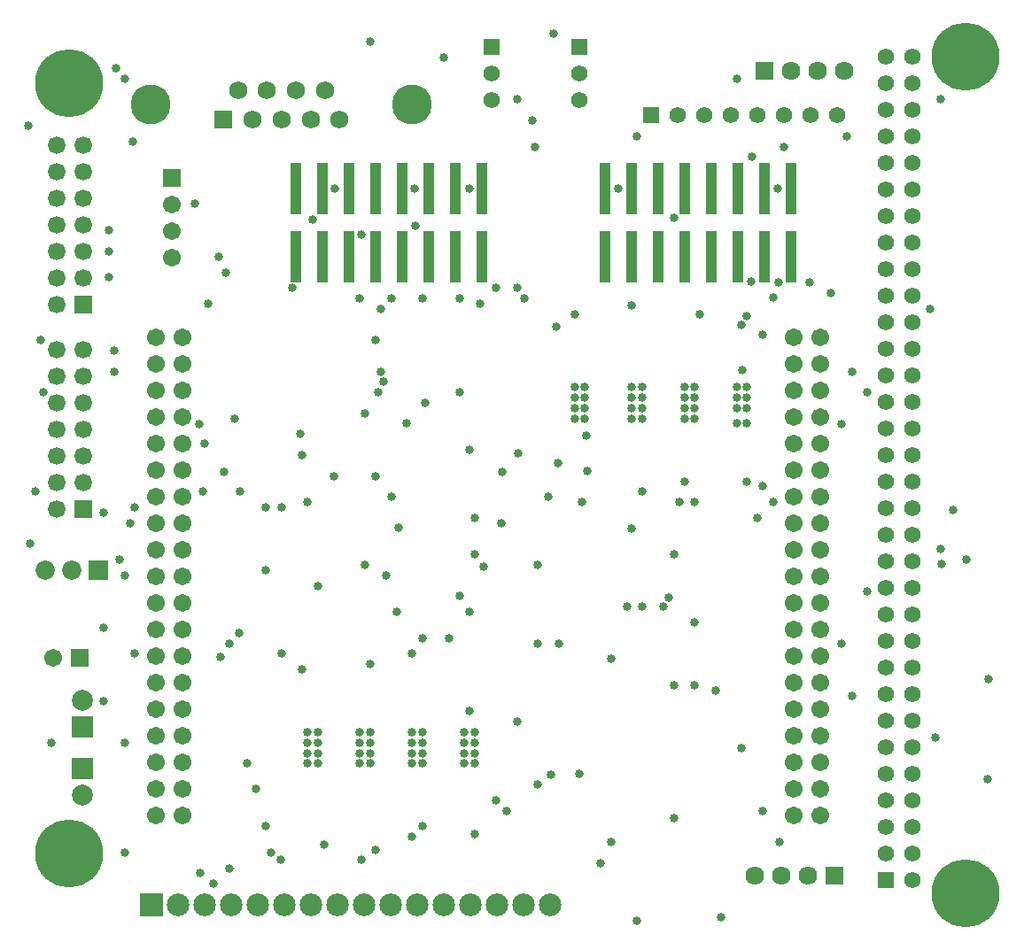
<source format=gbr>
%TF.GenerationSoftware,Altium Limited,Altium Designer,23.1.1 (15)*%
G04 Layer_Color=8388736*
%FSLAX45Y45*%
%MOMM*%
%TF.SameCoordinates,94CA0F20-7CEF-4758-9589-D945348769B5*%
%TF.FilePolarity,Negative*%
%TF.FileFunction,Soldermask,Top*%
%TF.Part,Single*%
G01*
G75*
%TA.AperFunction,ComponentPad*%
%ADD29R,1.84000X1.84000*%
%ADD30C,1.84000*%
%ADD31R,1.57000X1.57000*%
%ADD32C,1.57000*%
%ADD37R,1.57000X1.57000*%
%TA.AperFunction,SMDPad,CuDef*%
%ADD102R,1.03000X4.94000*%
%TA.AperFunction,ComponentPad*%
%ADD103R,1.71500X1.71500*%
%ADD104C,1.71500*%
%ADD105C,1.74000*%
%ADD106R,1.74000X1.74000*%
%ADD107C,3.82000*%
%ADD108R,1.69000X1.69000*%
%ADD109C,1.69000*%
%ADD110R,2.16500X2.16500*%
%ADD111C,2.16500*%
%ADD112C,1.79000*%
%ADD113R,1.79000X1.79000*%
%ADD114R,1.71500X1.71500*%
%ADD115C,1.56500*%
%ADD116R,1.56500X1.56500*%
%ADD117R,2.01500X2.01500*%
%ADD118C,2.01500*%
%ADD119C,1.71000*%
%TA.AperFunction,WasherPad*%
%ADD120C,6.49000*%
%TA.AperFunction,ViaPad*%
%ADD121C,0.84000*%
D29*
X-8800000Y3600000D02*
D03*
D30*
X-9054000D02*
D03*
X-9308000D02*
D03*
D31*
X-4200000Y8604000D02*
D03*
X-5042500D02*
D03*
D32*
X-4200000Y8350000D02*
D03*
Y8096000D02*
D03*
X-5042500Y8350000D02*
D03*
Y8096000D02*
D03*
X-1738000Y7950000D02*
D03*
X-1992000D02*
D03*
X-2246000D02*
D03*
X-2500000D02*
D03*
X-2754000D02*
D03*
X-3008000D02*
D03*
X-3262000D02*
D03*
D37*
X-3516000D02*
D03*
D102*
X-2180000Y7250000D02*
D03*
Y6600000D02*
D03*
X-2434000Y7250000D02*
D03*
Y6600000D02*
D03*
X-2688000Y7250000D02*
D03*
Y6600000D02*
D03*
X-2942000Y7250000D02*
D03*
Y6600000D02*
D03*
X-3196000Y7250000D02*
D03*
Y6600000D02*
D03*
X-3450000Y7250000D02*
D03*
Y6600000D02*
D03*
X-3704000Y7250000D02*
D03*
Y6600000D02*
D03*
X-3958000Y7250000D02*
D03*
Y6600000D02*
D03*
X-5138000Y7250000D02*
D03*
Y6600000D02*
D03*
X-5392000Y7250000D02*
D03*
Y6600000D02*
D03*
X-5646000Y7250000D02*
D03*
Y6600000D02*
D03*
X-5900000Y7250000D02*
D03*
Y6600000D02*
D03*
X-6154000Y7250000D02*
D03*
Y6600000D02*
D03*
X-6408000Y7250000D02*
D03*
Y6600000D02*
D03*
X-6662000Y7250000D02*
D03*
Y6600000D02*
D03*
X-6916000Y7250000D02*
D03*
Y6600000D02*
D03*
D103*
X-8100000Y7354000D02*
D03*
D104*
Y7100000D02*
D03*
Y6846000D02*
D03*
Y6592000D02*
D03*
X-9236711Y2763476D02*
D03*
D105*
X-7465500Y8192000D02*
D03*
X-7188500D02*
D03*
X-6911500D02*
D03*
X-6634500D02*
D03*
X-7327000Y7908000D02*
D03*
X-7050000D02*
D03*
X-6773000D02*
D03*
X-6496000D02*
D03*
D106*
X-7604000D02*
D03*
D107*
X-5800000Y8050000D02*
D03*
X-8300000D02*
D03*
D108*
X-8946000Y6138000D02*
D03*
Y4184000D02*
D03*
D109*
Y6392000D02*
D03*
Y6646000D02*
D03*
Y6900000D02*
D03*
Y7154000D02*
D03*
Y7408000D02*
D03*
Y7662000D02*
D03*
X-9200000Y6138000D02*
D03*
Y6392000D02*
D03*
Y6646000D02*
D03*
Y6900000D02*
D03*
Y7154000D02*
D03*
Y7408000D02*
D03*
Y7662000D02*
D03*
X-8946000Y4438000D02*
D03*
Y4692000D02*
D03*
Y4946000D02*
D03*
Y5200000D02*
D03*
Y5454000D02*
D03*
Y5708000D02*
D03*
X-9200000Y4184000D02*
D03*
Y4438000D02*
D03*
Y4692000D02*
D03*
Y4946000D02*
D03*
Y5200000D02*
D03*
Y5454000D02*
D03*
Y5708000D02*
D03*
D110*
X-8290000Y400000D02*
D03*
D111*
X-8036000D02*
D03*
X-7782000D02*
D03*
X-7528000D02*
D03*
X-7274000D02*
D03*
X-7020000D02*
D03*
X-6766000D02*
D03*
X-6512000D02*
D03*
X-6258000D02*
D03*
X-6004000D02*
D03*
X-5750000D02*
D03*
X-5496000D02*
D03*
X-5242000D02*
D03*
X-4988000D02*
D03*
X-4734000D02*
D03*
X-4480000D02*
D03*
D112*
X-1669000Y8373000D02*
D03*
X-1923000D02*
D03*
X-2177000D02*
D03*
X-2023000Y677000D02*
D03*
X-2277000D02*
D03*
X-2531000D02*
D03*
D113*
X-2431000Y8373000D02*
D03*
X-1769000Y677000D02*
D03*
D114*
X-8982711Y2763476D02*
D03*
D115*
X-1016000Y8509000D02*
D03*
Y8255000D02*
D03*
Y8001000D02*
D03*
Y7747000D02*
D03*
Y7493000D02*
D03*
Y7239000D02*
D03*
Y6985000D02*
D03*
Y6731000D02*
D03*
Y6477000D02*
D03*
Y6223000D02*
D03*
Y5969000D02*
D03*
Y5715000D02*
D03*
Y5461000D02*
D03*
Y5207000D02*
D03*
Y4953000D02*
D03*
Y4699000D02*
D03*
Y4445000D02*
D03*
Y4191000D02*
D03*
Y3937000D02*
D03*
Y3683000D02*
D03*
Y3429000D02*
D03*
Y3175000D02*
D03*
Y2921000D02*
D03*
Y2667000D02*
D03*
Y2413000D02*
D03*
Y2159000D02*
D03*
Y1905000D02*
D03*
Y1651000D02*
D03*
Y1397000D02*
D03*
Y1143000D02*
D03*
Y889000D02*
D03*
Y635000D02*
D03*
X-1270000Y8509000D02*
D03*
Y8255000D02*
D03*
Y8001000D02*
D03*
Y7747000D02*
D03*
Y7493000D02*
D03*
Y7239000D02*
D03*
Y6985000D02*
D03*
Y6731000D02*
D03*
Y6477000D02*
D03*
Y6223000D02*
D03*
Y5969000D02*
D03*
Y5715000D02*
D03*
Y5461000D02*
D03*
Y5207000D02*
D03*
Y4953000D02*
D03*
Y4699000D02*
D03*
Y4445000D02*
D03*
Y4191000D02*
D03*
Y3937000D02*
D03*
Y3683000D02*
D03*
Y3429000D02*
D03*
Y3175000D02*
D03*
Y2921000D02*
D03*
Y2667000D02*
D03*
Y2413000D02*
D03*
Y2159000D02*
D03*
Y1905000D02*
D03*
Y1651000D02*
D03*
Y1397000D02*
D03*
Y1143000D02*
D03*
Y889000D02*
D03*
D116*
Y635000D02*
D03*
D117*
X-8950000Y1704000D02*
D03*
Y2100000D02*
D03*
D118*
Y1450000D02*
D03*
Y2354000D02*
D03*
D119*
X-1900000Y1250000D02*
D03*
X-2154000D02*
D03*
X-1900000Y1504000D02*
D03*
X-2154000D02*
D03*
X-1900000Y1758000D02*
D03*
X-2154000D02*
D03*
X-1900000Y2012000D02*
D03*
X-2154000D02*
D03*
X-1900000Y2266000D02*
D03*
X-2154000D02*
D03*
X-1900000Y2520000D02*
D03*
X-2154000D02*
D03*
X-1900000Y2774000D02*
D03*
X-2154000D02*
D03*
X-1900000Y3028000D02*
D03*
X-2154000D02*
D03*
X-1900000Y3282000D02*
D03*
X-2154000D02*
D03*
X-1900000Y3536000D02*
D03*
X-2154000D02*
D03*
X-1900000Y3790000D02*
D03*
X-2154000D02*
D03*
X-1900000Y4044000D02*
D03*
X-2154000D02*
D03*
X-1900000Y4298000D02*
D03*
X-2154000D02*
D03*
X-1900000Y4552000D02*
D03*
X-2154000D02*
D03*
X-1900000Y4806000D02*
D03*
X-2154000D02*
D03*
X-1900000Y5060000D02*
D03*
X-2154000D02*
D03*
X-1900000Y5314000D02*
D03*
X-2154000D02*
D03*
X-1900000Y5568000D02*
D03*
X-2154000D02*
D03*
X-1900000Y5822000D02*
D03*
X-2154000D02*
D03*
X-7996000Y1250000D02*
D03*
X-8250000D02*
D03*
X-7996000Y1504000D02*
D03*
X-8250000D02*
D03*
X-7996000Y1758000D02*
D03*
X-8250000D02*
D03*
X-7996000Y2012000D02*
D03*
X-8250000D02*
D03*
X-7996000Y2266000D02*
D03*
X-8250000D02*
D03*
X-7996000Y2520000D02*
D03*
X-8250000D02*
D03*
X-7996000Y2774000D02*
D03*
X-8250000D02*
D03*
X-7996000Y3028000D02*
D03*
X-8250000D02*
D03*
X-7996000Y3282000D02*
D03*
X-8250000D02*
D03*
X-7996000Y3536000D02*
D03*
X-8250000D02*
D03*
X-7996000Y3790000D02*
D03*
X-8250000D02*
D03*
X-7996000Y4044000D02*
D03*
X-8250000D02*
D03*
X-7996000Y4298000D02*
D03*
X-8250000D02*
D03*
X-7996000Y4552000D02*
D03*
X-8250000D02*
D03*
X-7996000Y4806000D02*
D03*
X-8250000D02*
D03*
X-7996000Y5060000D02*
D03*
X-8250000D02*
D03*
X-7996000Y5314000D02*
D03*
X-8250000D02*
D03*
X-7996000Y5568000D02*
D03*
X-8250000D02*
D03*
X-7996000Y5822000D02*
D03*
X-8250000D02*
D03*
D120*
X-508000Y8509000D02*
D03*
Y508000D02*
D03*
X-9081000Y889000D02*
D03*
Y8255000D02*
D03*
D121*
X-7877391Y7102164D02*
D03*
X-7584636Y6443702D02*
D03*
X-3300000Y3750000D02*
D03*
X-3750000Y3250000D02*
D03*
X-3400000D02*
D03*
X-5250000Y3200000D02*
D03*
X-3350830Y3333233D02*
D03*
X-3600000Y3250000D02*
D03*
X-1700000Y2900000D02*
D03*
X-2450000Y1300000D02*
D03*
X-741148Y3656747D02*
D03*
X-500000Y3700000D02*
D03*
X-6000293Y6200000D02*
D03*
X-6000000Y4300000D02*
D03*
X-5929159Y4006949D02*
D03*
X-7450000Y4350000D02*
D03*
X-7200000Y4200000D02*
D03*
X-7823100Y700000D02*
D03*
X-5200000Y3750000D02*
D03*
X-5116666Y3630509D02*
D03*
X-4950000Y4050000D02*
D03*
X-5200000Y4100000D02*
D03*
X-4938119Y4541406D02*
D03*
X-5350000Y3350000D02*
D03*
X-5770174Y6894406D02*
D03*
X-6287506Y6809009D02*
D03*
X-6539823Y7251735D02*
D03*
X-5776195D02*
D03*
X-5250000Y7250000D02*
D03*
X-8550000Y900000D02*
D03*
X-9250000Y1950000D02*
D03*
X-8750000Y3050000D02*
D03*
X-4471080Y1640351D02*
D03*
X-3299769Y6973096D02*
D03*
X-3831000Y7250000D02*
D03*
X-2307000D02*
D03*
X-5676900Y5200000D02*
D03*
X-5701690Y2948310D02*
D03*
X-4622735Y7650000D02*
D03*
X-4727774Y6200000D02*
D03*
X-2250000Y7650000D02*
D03*
X-2550000Y7550000D02*
D03*
X-4425735Y5925734D02*
D03*
X-4650000Y7900000D02*
D03*
X-2563805Y6357659D02*
D03*
X-4800000Y6300000D02*
D03*
X-3700000Y6126900D02*
D03*
X-6750000Y6950000D02*
D03*
X-5350000Y6200000D02*
D03*
X-6950800Y6299600D02*
D03*
X-6300000Y6200000D02*
D03*
X-6100000Y6100000D02*
D03*
X-5150000Y6150000D02*
D03*
X-5700000Y6200000D02*
D03*
X-633596Y4174906D02*
D03*
X-294968Y2558500D02*
D03*
X-300000Y1600000D02*
D03*
X-800000Y2000000D02*
D03*
X-846978Y6094225D02*
D03*
X-1450000Y5300000D02*
D03*
X-8633808Y8400000D02*
D03*
X-9465540Y7846722D02*
D03*
X-4450000Y8726100D02*
D03*
X-9349253Y5800000D02*
D03*
X-9400000Y4350000D02*
D03*
X-9326900Y5300000D02*
D03*
X-2700000Y8300000D02*
D03*
X-8550000D02*
D03*
X-9450000Y3850000D02*
D03*
X-8473100Y7700000D02*
D03*
X-7832436Y5000000D02*
D03*
X-7781636Y4809237D02*
D03*
X-7600000Y4541406D02*
D03*
X-4404925Y4624943D02*
D03*
X-4791919Y4713843D02*
D03*
X-4250000Y5050000D02*
D03*
Y5150000D02*
D03*
Y5250000D02*
D03*
Y5350000D02*
D03*
X-3100000Y5050000D02*
D03*
Y5150000D02*
D03*
X-3200000Y5050000D02*
D03*
Y4450000D02*
D03*
X-4126900Y4550000D02*
D03*
X-2600000Y4450000D02*
D03*
X-4500000Y4300000D02*
D03*
X-3250000Y4250000D02*
D03*
X-3100000Y3100000D02*
D03*
X-6050000Y3550000D02*
D03*
X-7800000Y4350000D02*
D03*
X-8700000Y6650000D02*
D03*
X-8750000Y4150000D02*
D03*
X-8500000Y4050000D02*
D03*
X-8450000Y2800000D02*
D03*
X-750000Y8100000D02*
D03*
Y3800000D02*
D03*
X-1450000Y3400000D02*
D03*
X-4400000Y2900000D02*
D03*
X-3100000Y2500000D02*
D03*
X-3300000D02*
D03*
X-4600000Y3650000D02*
D03*
X-4177700Y4250000D02*
D03*
X-7050000Y4200000D02*
D03*
X-7650000Y6599900D02*
D03*
X-8700000Y6850000D02*
D03*
X-6550000Y4500000D02*
D03*
X-6700000Y3450000D02*
D03*
X-7050000Y2800000D02*
D03*
X-7200000Y1150000D02*
D03*
X-7292742Y1508096D02*
D03*
X-7378141Y1753971D02*
D03*
X-7453815Y3001373D02*
D03*
X-7629574Y2771910D02*
D03*
X-7702674Y600000D02*
D03*
X-7550000Y2900000D02*
D03*
Y750000D02*
D03*
X-6124700Y5300000D02*
D03*
X-6073900Y5400000D02*
D03*
X-5444311Y2946275D02*
D03*
X-5800000Y2800000D02*
D03*
X-2291181Y997000D02*
D03*
X-2500000Y4100000D02*
D03*
X-3700000Y4000000D02*
D03*
X-5948311Y3198310D02*
D03*
X-7056151Y826900D02*
D03*
X-6287138Y827669D02*
D03*
X-6638860Y971936D02*
D03*
X-7150000Y900000D02*
D03*
X-6700000Y1750000D02*
D03*
X-5800000Y1050000D02*
D03*
X-5700000Y1150000D02*
D03*
X-5851710Y5001656D02*
D03*
X-4800000Y2150000D02*
D03*
X-8550000Y3550000D02*
D03*
X-8596800Y3700000D02*
D03*
X-8750000Y2350000D02*
D03*
X-5000000Y6300000D02*
D03*
X-5250000Y4750000D02*
D03*
X-5500000Y8500000D02*
D03*
X-4800000Y8100000D02*
D03*
X-4135968Y4888136D02*
D03*
X-6200000Y8650000D02*
D03*
X-3600000Y5150000D02*
D03*
Y5050000D02*
D03*
X-3700000Y5250000D02*
D03*
Y5150000D02*
D03*
Y5050000D02*
D03*
X-3600000Y5350000D02*
D03*
X-3700000D02*
D03*
X-3600000Y5250000D02*
D03*
X-5350000Y5300000D02*
D03*
X-8700000Y6400000D02*
D03*
X-8649200Y5700000D02*
D03*
Y5500000D02*
D03*
X-8550000Y1950000D02*
D03*
X-4600000Y2900000D02*
D03*
Y1550000D02*
D03*
X-6800000Y1750000D02*
D03*
X-5800000D02*
D03*
X-2700000Y5003800D02*
D03*
X-2606746D02*
D03*
X-2700000Y5150000D02*
D03*
X-2600000D02*
D03*
X-6100000Y5500000D02*
D03*
X-6150000Y4500000D02*
D03*
X-2450000Y4400000D02*
D03*
X-1650000Y7750000D02*
D03*
X-1600000Y5500000D02*
D03*
X-1700000Y5000000D02*
D03*
X-3650000Y7750000D02*
D03*
X-8450000Y4200000D02*
D03*
X-2651625Y5947475D02*
D03*
X-2600000Y6027700D02*
D03*
X-2350000Y6208500D02*
D03*
X-2300000Y6351990D02*
D03*
X-3050000Y6050000D02*
D03*
X-4250000D02*
D03*
X-2000000Y6350000D02*
D03*
X-1800000Y6250000D02*
D03*
X-2350000Y4250000D02*
D03*
X-3100000D02*
D03*
X-2450000Y5850000D02*
D03*
X-3600000Y4350000D02*
D03*
X-2850000Y280000D02*
D03*
X-1600000Y2400000D02*
D03*
X-2900000Y2450000D02*
D03*
X-3900000Y2750000D02*
D03*
X-3897500Y1000000D02*
D03*
X-4000000Y800000D02*
D03*
X-3650000Y250000D02*
D03*
X-4900000Y1300000D02*
D03*
X-5250000Y2250000D02*
D03*
X-5000000Y1400000D02*
D03*
X-6850000Y2650000D02*
D03*
X-6200000Y2700000D02*
D03*
X-6250000Y3650000D02*
D03*
X-6150000Y923100D02*
D03*
X-6873100Y4900000D02*
D03*
X-6850000Y4700000D02*
D03*
X-6250000Y5100000D02*
D03*
X-6800000Y4250000D02*
D03*
X-7750000Y6150000D02*
D03*
X-6150000Y5800000D02*
D03*
X-7500000Y5050000D02*
D03*
X-7200000Y3600000D02*
D03*
X-5200000Y1075000D02*
D03*
X-2647834Y5514003D02*
D03*
X-2600000Y5350000D02*
D03*
Y5250000D02*
D03*
X-2700000D02*
D03*
Y5350000D02*
D03*
X-3200000D02*
D03*
Y5250000D02*
D03*
Y5150000D02*
D03*
X-3100000Y5250000D02*
D03*
Y5350000D02*
D03*
X-4150000Y5050000D02*
D03*
Y5150000D02*
D03*
Y5250000D02*
D03*
Y5350000D02*
D03*
X-6800000Y1850000D02*
D03*
Y1950000D02*
D03*
Y2050000D02*
D03*
X-6700000D02*
D03*
Y1950000D02*
D03*
Y1850000D02*
D03*
X-6200000Y1750000D02*
D03*
Y1850000D02*
D03*
Y1950000D02*
D03*
Y2050000D02*
D03*
X-6300000D02*
D03*
Y1950000D02*
D03*
Y1850000D02*
D03*
Y1750000D02*
D03*
X-5800000Y2050000D02*
D03*
Y1950000D02*
D03*
Y1850000D02*
D03*
X-5700000Y2050000D02*
D03*
Y1950000D02*
D03*
Y1850000D02*
D03*
Y1750000D02*
D03*
X-5300000Y2050000D02*
D03*
X-5200000D02*
D03*
X-5300000Y1950000D02*
D03*
X-5200000D02*
D03*
X-5300000Y1850000D02*
D03*
X-5200000D02*
D03*
X-5300000Y1750000D02*
D03*
X-5200000D02*
D03*
X-4200000Y1650000D02*
D03*
X-3300000Y1225000D02*
D03*
X-2650000Y1900000D02*
D03*
%TF.MD5,ca16b4ee01872742b7116f908343ad8e*%
M02*

</source>
